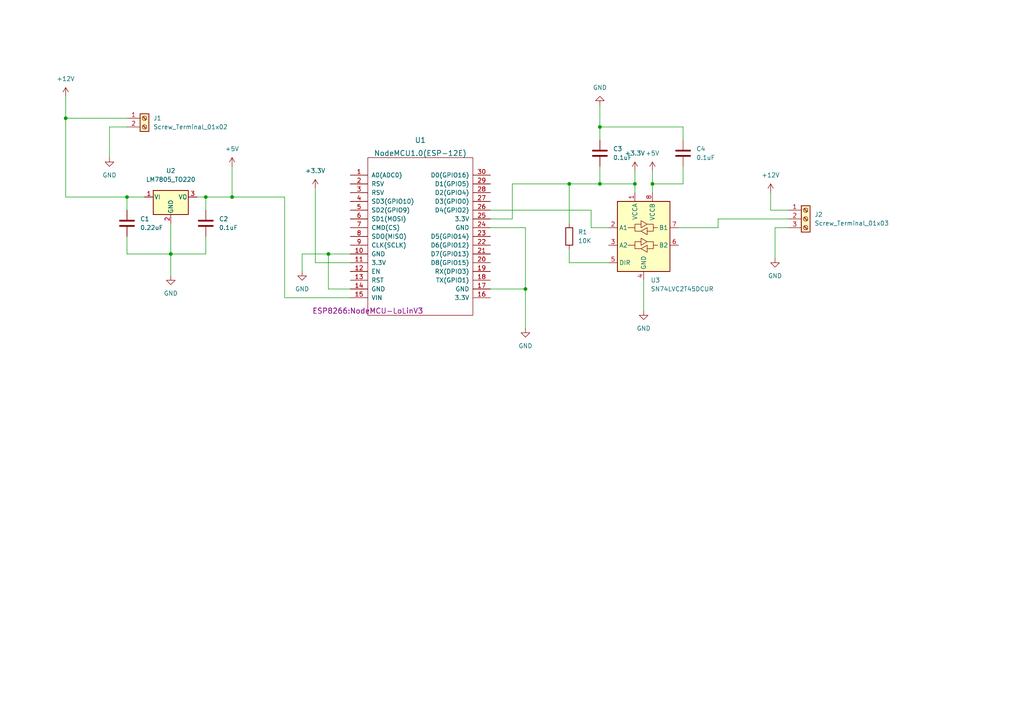
<source format=kicad_sch>
(kicad_sch (version 20211123) (generator eeschema)
  (paper "A4")
  (lib_symbols
    (symbol "Connector:Screw_Terminal_01x02" (pin_names (offset 1.016) hide)
      (property "Reference" "J" (at 0 2.54 0))
      (property "Value" "Screw_Terminal_01x02" (at 0 -5.08 0))
      (symbol "Screw_Terminal_01x02_1_1"
        (rectangle (start -1.27 1.27) (end 1.27 -3.81) (stroke (width 0.254)) (fill (type background)))
        (circle (center 0 -2.54) (radius 0.635) (stroke (width 0.1524)))
        (polyline (pts (xy -0.5334 -2.2098) (xy 0.3302 -3.048)) (stroke (width 0.1524)))
        (polyline (pts (xy -0.5334 0.3302) (xy 0.3302 -0.508)) (stroke (width 0.1524)))
        (polyline (pts (xy -0.3556 -2.032) (xy 0.508 -2.8702)) (stroke (width 0.1524)))
        (polyline (pts (xy -0.3556 0.508) (xy 0.508 -0.3302)) (stroke (width 0.1524)))
        (circle (center 0 0) (radius 0.635) (stroke (width 0.1524)))
        (pin passive line (at -5.08 0 0) (length 3.81) (name "Pin_1") (number "1"))
        (pin passive line (at -5.08 -2.54 0) (length 3.81) (name "Pin_2") (number "2"))
      )
    )
    (symbol "Connector:Screw_Terminal_01x03" (pin_names (offset 1.016) hide)
      (property "Reference" "J" (at 0 5.08 0))
      (property "Value" "Screw_Terminal_01x03" (at 0 -5.08 0))
      (symbol "Screw_Terminal_01x03_1_1"
        (rectangle (start -1.27 3.81) (end 1.27 -3.81) (stroke (width 0.254)) (fill (type background)))
        (circle (center 0 -2.54) (radius 0.635) (stroke (width 0.1524)))
        (polyline (pts (xy -0.5334 -2.2098) (xy 0.3302 -3.048)) (stroke (width 0.1524)))
        (polyline (pts (xy -0.5334 0.3302) (xy 0.3302 -0.508)) (stroke (width 0.1524)))
        (polyline (pts (xy -0.5334 2.8702) (xy 0.3302 2.032)) (stroke (width 0.1524)))
        (polyline (pts (xy -0.3556 -2.032) (xy 0.508 -2.8702)) (stroke (width 0.1524)))
        (polyline (pts (xy -0.3556 0.508) (xy 0.508 -0.3302)) (stroke (width 0.1524)))
        (polyline (pts (xy -0.3556 3.048) (xy 0.508 2.2098)) (stroke (width 0.1524)))
        (circle (center 0 0) (radius 0.635) (stroke (width 0.1524)))
        (circle (center 0 2.54) (radius 0.635) (stroke (width 0.1524)))
        (pin passive line (at -5.08 2.54 0) (length 3.81) (name "Pin_1") (number "1"))
        (pin passive line (at -5.08 0 0) (length 3.81) (name "Pin_2") (number "2"))
        (pin passive line (at -5.08 -2.54 0) (length 3.81) (name "Pin_3") (number "3"))
      )
    )
    (symbol "Device:C" (pin_numbers hide) (pin_names (offset 0.254))
      (property "Reference" "C" (at 0.635 2.54 0))
      (property "Value" "C" (at 0.635 -2.54 0))
      (symbol "C_0_1"
        (polyline (pts (xy -2.032 -0.762) (xy 2.032 -0.762)) (stroke (width 0.508)))
        (polyline (pts (xy -2.032 0.762) (xy 2.032 0.762)) (stroke (width 0.508)))
      )
      (symbol "C_1_1"
        (pin passive line (at 0 3.81 270) (length 2.794) (name "~") (number "1"))
        (pin passive line (at 0 -3.81 90) (length 2.794) (name "~") (number "2"))
      )
    )
    (symbol "Device:R" (pin_numbers hide) (pin_names (offset 0))
      (property "Reference" "R" (at 2.032 0 90))
      (property "Value" "R" (at 0 0 90))
      (symbol "R_0_1"
        (rectangle (start -1.016 -2.54) (end 1.016 2.54) (stroke (width 0.254)))
      )
      (symbol "R_1_1"
        (pin passive line (at 0 3.81 270) (length 1.27) (name "~") (number "1"))
        (pin passive line (at 0 -3.81 90) (length 1.27) (name "~") (number "2"))
      )
    )
    (symbol "ESP8266:NodeMCU1.0(ESP-12E)" (pin_names (offset 1.016))
      (property "Reference" "U" (at 0 21.59 0))
      (property "Value" "NodeMCU1.0(ESP-12E)" (at 0 -21.59 0))
      (symbol "NodeMCU1.0(ESP-12E)_0_1"
        (rectangle (start -15.24 -22.86) (end 15.24 22.86))
      )
      (symbol "NodeMCU1.0(ESP-12E)_1_1"
        (pin input line (at -20.32 17.78 0) (length 5.08) (name "A0(ADC0)") (number "1"))
        (pin input line (at -20.32 -5.08 0) (length 5.08) (name "GND") (number "10"))
        (pin input line (at -20.32 -7.62 0) (length 5.08) (name "3.3V") (number "11"))
        (pin input line (at -20.32 -10.16 0) (length 5.08) (name "EN") (number "12"))
        (pin input line (at -20.32 -12.7 0) (length 5.08) (name "RST") (number "13"))
        (pin input line (at -20.32 -15.24 0) (length 5.08) (name "GND") (number "14"))
        (pin input line (at -20.32 -17.78 0) (length 5.08) (name "VIN") (number "15"))
        (pin input line (at 20.32 -17.78 180) (length 5.08) (name "3.3V") (number "16"))
        (pin input line (at 20.32 -15.24 180) (length 5.08) (name "GND") (number "17"))
        (pin input line (at 20.32 -12.7 180) (length 5.08) (name "TX(GPIO1)") (number "18"))
        (pin input line (at 20.32 -10.16 180) (length 5.08) (name "RX(DPIO3)") (number "19"))
        (pin input line (at -20.32 15.24 0) (length 5.08) (name "RSV") (number "2"))
        (pin input line (at 20.32 -7.62 180) (length 5.08) (name "D8(GPIO15)") (number "20"))
        (pin input line (at 20.32 -5.08 180) (length 5.08) (name "D7(GPIO13)") (number "21"))
        (pin input line (at 20.32 -2.54 180) (length 5.08) (name "D6(GPIO12)") (number "22"))
        (pin input line (at 20.32 0 180) (length 5.08) (name "D5(GPIO14)") (number "23"))
        (pin input line (at 20.32 2.54 180) (length 5.08) (name "GND") (number "24"))
        (pin input line (at 20.32 5.08 180) (length 5.08) (name "3.3V") (number "25"))
        (pin input line (at 20.32 7.62 180) (length 5.08) (name "D4(GPIO2)") (number "26"))
        (pin input line (at 20.32 10.16 180) (length 5.08) (name "D3(GPIO0)") (number "27"))
        (pin input line (at 20.32 12.7 180) (length 5.08) (name "D2(GPIO4)") (number "28"))
        (pin input line (at 20.32 15.24 180) (length 5.08) (name "D1(GPIO5)") (number "29"))
        (pin input line (at -20.32 12.7 0) (length 5.08) (name "RSV") (number "3"))
        (pin input line (at 20.32 17.78 180) (length 5.08) (name "D0(GPIO16)") (number "30"))
        (pin input line (at -20.32 10.16 0) (length 5.08) (name "SD3(GPIO10)") (number "4"))
        (pin input line (at -20.32 7.62 0) (length 5.08) (name "SD2(GPIO9)") (number "5"))
        (pin input line (at -20.32 5.08 0) (length 5.08) (name "SD1(MOSI)") (number "6"))
        (pin input line (at -20.32 2.54 0) (length 5.08) (name "CMD(CS)") (number "7"))
        (pin input line (at -20.32 0 0) (length 5.08) (name "SDO(MISO)") (number "8"))
        (pin input line (at -20.32 -2.54 0) (length 5.08) (name "CLK(SCLK)") (number "9"))
      )
    )
    (symbol "Logic_LevelTranslator:SN74LVC2T45DCUR"
      (property "Reference" "U" (at -6.35 11.43 0))
      (property "Value" "SN74LVC2T45DCUR" (at 3.81 11.43 0))
      (symbol "SN74LVC2T45DCUR_0_1"
        (rectangle (start -7.62 10.16) (end 7.62 -10.16) (stroke (width 0.254)) (fill (type background)))
        (polyline (pts (xy -2.54 2.54) (xy -2.54 3.556) (xy -0.762 3.556)))
        (polyline (pts (xy 2.794 2.54) (xy 2.794 1.524) (xy 1.016 1.524)))
        (polyline (pts (xy -0.762 1.524) (xy -2.54 1.524) (xy -2.54 2.54) (xy -4.572 2.54)))
        (polyline (pts (xy -0.762 2.54) (xy -0.762 4.572) (xy 1.016 3.556) (xy -0.762 2.54)))
        (polyline (pts (xy 1.016 3.556) (xy 2.794 3.556) (xy 2.794 2.54) (xy 4.064 2.54)))
        (polyline (pts (xy 1.016 2.54) (xy 1.016 0.762) (xy 1.016 0.508) (xy -0.762 1.524) (xy 1.016 2.54)))
      )
      (symbol "SN74LVC2T45DCUR_1_1"
        (polyline (pts (xy -2.54 -2.54) (xy -2.54 -1.524) (xy -0.762 -1.524)))
        (polyline (pts (xy 2.794 -2.54) (xy 2.794 -3.556) (xy 1.016 -3.556)))
        (polyline (pts (xy -0.762 -3.556) (xy -2.54 -3.556) (xy -2.54 -2.54) (xy -4.572 -2.54)))
        (polyline (pts (xy -0.762 -2.54) (xy -0.762 -0.508) (xy 1.016 -1.524) (xy -0.762 -2.54)))
        (polyline (pts (xy 1.016 -1.524) (xy 2.794 -1.524) (xy 2.794 -2.54) (xy 4.064 -2.54)))
        (polyline (pts (xy 1.016 -2.54) (xy 1.016 -4.318) (xy 1.016 -4.572) (xy -0.762 -3.556) (xy 1.016 -2.54)))
        (pin power_in line (at -2.54 12.7 270) (length 2.54) (name "VCCA") (number "1"))
        (pin bidirectional line (at -10.16 2.54 0) (length 2.54) (name "A1") (number "2"))
        (pin bidirectional line (at -10.16 -2.54 0) (length 2.54) (name "A2") (number "3"))
        (pin power_in line (at 0 -12.7 90) (length 2.54) (name "GND") (number "4"))
        (pin input line (at -10.16 -7.62 0) (length 2.54) (name "DIR") (number "5"))
        (pin bidirectional line (at 10.16 -2.54 180) (length 2.54) (name "B2") (number "6"))
        (pin bidirectional line (at 10.16 2.54 180) (length 2.54) (name "B1") (number "7"))
        (pin power_in line (at 2.54 12.7 270) (length 2.54) (name "VCCB") (number "8"))
      )
    )
    (symbol "Regulator_Linear:LM7805_TO220" (pin_names (offset 0.254))
      (property "Reference" "U" (at -3.81 3.175 0))
      (property "Value" "LM7805_TO220" (at 0 3.175 0))
      (symbol "LM7805_TO220_0_1"
        (rectangle (start -5.08 1.905) (end 5.08 -5.08) (stroke (width 0.254)) (fill (type background)))
      )
      (symbol "LM7805_TO220_1_1"
        (pin power_in line (at -7.62 0 0) (length 2.54) (name "VI") (number "1"))
        (pin power_in line (at 0 -7.62 90) (length 2.54) (name "GND") (number "2"))
        (pin power_out line (at 7.62 0 180) (length 2.54) (name "VO") (number "3"))
      )
    )
    (symbol "power:+12V" (power) (pin_names (offset 0))
      (property "Value" "+12V" (at 0 3.556 0))
      (symbol "+12V_0_1"
        (polyline (pts (xy -0.762 1.27) (xy 0 2.54)))
        (polyline (pts (xy 0 0) (xy 0 2.54)))
        (polyline (pts (xy 0 2.54) (xy 0.762 1.27)))
      )
      (symbol "+12V_1_1"
        (pin power_in line (at 0 0 90) (length 0) hide (name "+12V") (number "1"))
      )
    )
    (symbol "power:+3.3V" (power) (pin_names (offset 0))
      (property "Value" "+3.3V" (at 0 3.556 0))
      (symbol "+3.3V_0_1"
        (polyline (pts (xy -0.762 1.27) (xy 0 2.54)))
        (polyline (pts (xy 0 0) (xy 0 2.54)))
        (polyline (pts (xy 0 2.54) (xy 0.762 1.27)))
      )
      (symbol "+3.3V_1_1"
        (pin power_in line (at 0 0 90) (length 0) hide (name "+3.3V") (number "1"))
      )
    )
    (symbol "power:+5V" (power) (pin_names (offset 0))
      (property "Value" "+5V" (at 0 3.556 0))
      (symbol "+5V_0_1"
        (polyline (pts (xy -0.762 1.27) (xy 0 2.54)))
        (polyline (pts (xy 0 0) (xy 0 2.54)))
        (polyline (pts (xy 0 2.54) (xy 0.762 1.27)))
      )
      (symbol "+5V_1_1"
        (pin power_in line (at 0 0 90) (length 0) hide (name "+5V") (number "1"))
      )
    )
    (symbol "power:GND" (power) (pin_names (offset 0))
      (property "Value" "GND" (at 0 -3.81 0))
      (symbol "GND_0_1"
        (polyline (pts (xy 0 0) (xy 0 -1.27) (xy 1.27 -1.27) (xy 0 -2.54) (xy -1.27 -1.27) (xy 0 -1.27)))
      )
      (symbol "GND_1_1"
        (pin power_in line (at 0 0 270) (length 0) hide (name "GND") (number "1"))
      )
    )
  )
  (junction (at 165.1 53.34))
  (junction (at 49.53 73.66))
  (junction (at 19.05 34.29))
  (junction (at 59.69 57.15))
  (junction (at 36.83 57.15))
  (junction (at 173.99 36.83))
  (junction (at 189.23 53.34))
  (junction (at 95.25 73.66))
  (junction (at 67.31 57.15))
  (junction (at 173.99 53.34))
  (junction (at 152.4 83.82))
  (junction (at 184.15 53.34))
  (wire (pts (xy 189.23 53.34) (xy 189.23 55.88)))
  (wire (pts (xy 49.53 73.66) (xy 49.53 80.01)))
  (wire (pts (xy 95.25 73.66) (xy 87.63 73.66)))
  (wire (pts (xy 67.31 57.15) (xy 59.69 57.15)))
  (wire (pts (xy 148.59 53.34) (xy 165.1 53.34)))
  (wire (pts (xy 142.24 66.04) (xy 152.4 66.04)))
  (wire (pts (xy 101.6 86.36) (xy 82.55 86.36)))
  (wire (pts (xy 224.79 66.04) (xy 224.79 74.93)))
  (wire (pts (xy 173.99 36.83) (xy 173.99 40.64)))
  (wire (pts (xy 41.91 57.15) (xy 36.83 57.15)))
  (wire (pts (xy 173.99 30.48) (xy 173.99 36.83)))
  (wire (pts (xy 31.75 45.72) (xy 31.75 36.83)))
  (wire (pts (xy 196.85 66.04) (xy 208.28 66.04)))
  (wire (pts (xy 173.99 48.26) (xy 173.99 53.34)))
  (wire (pts (xy 101.6 83.82) (xy 95.25 83.82)))
  (wire (pts (xy 228.6 60.96) (xy 223.52 60.96)))
  (wire (pts (xy 171.45 66.04) (xy 176.53 66.04)))
  (wire (pts (xy 19.05 57.15) (xy 36.83 57.15)))
  (wire (pts (xy 198.12 40.64) (xy 198.12 36.83)))
  (wire (pts (xy 142.24 83.82) (xy 152.4 83.82)))
  (wire (pts (xy 49.53 64.77) (xy 49.53 73.66)))
  (wire (pts (xy 184.15 49.53) (xy 184.15 53.34)))
  (wire (pts (xy 36.83 34.29) (xy 19.05 34.29)))
  (wire (pts (xy 148.59 63.5) (xy 148.59 53.34)))
  (wire (pts (xy 19.05 34.29) (xy 19.05 57.15)))
  (wire (pts (xy 19.05 27.94) (xy 19.05 34.29)))
  (wire (pts (xy 165.1 53.34) (xy 165.1 64.77)))
  (wire (pts (xy 57.15 57.15) (xy 59.69 57.15)))
  (wire (pts (xy 59.69 68.58) (xy 59.69 73.66)))
  (wire (pts (xy 142.24 63.5) (xy 148.59 63.5)))
  (wire (pts (xy 165.1 76.2) (xy 176.53 76.2)))
  (wire (pts (xy 228.6 66.04) (xy 224.79 66.04)))
  (wire (pts (xy 208.28 63.5) (xy 228.6 63.5)))
  (wire (pts (xy 171.45 60.96) (xy 171.45 66.04)))
  (wire (pts (xy 152.4 66.04) (xy 152.4 83.82)))
  (wire (pts (xy 223.52 60.96) (xy 223.52 55.88)))
  (wire (pts (xy 36.83 68.58) (xy 36.83 73.66)))
  (wire (pts (xy 36.83 73.66) (xy 49.53 73.66)))
  (wire (pts (xy 198.12 48.26) (xy 198.12 53.34)))
  (wire (pts (xy 152.4 83.82) (xy 152.4 95.25)))
  (wire (pts (xy 184.15 53.34) (xy 184.15 55.88)))
  (wire (pts (xy 189.23 49.53) (xy 189.23 53.34)))
  (wire (pts (xy 67.31 48.26) (xy 67.31 57.15)))
  (wire (pts (xy 198.12 36.83) (xy 173.99 36.83)))
  (wire (pts (xy 186.69 81.28) (xy 186.69 90.17)))
  (wire (pts (xy 101.6 73.66) (xy 95.25 73.66)))
  (wire (pts (xy 82.55 86.36) (xy 82.55 57.15)))
  (wire (pts (xy 31.75 36.83) (xy 36.83 36.83)))
  (wire (pts (xy 49.53 73.66) (xy 59.69 73.66)))
  (wire (pts (xy 82.55 57.15) (xy 67.31 57.15)))
  (wire (pts (xy 173.99 53.34) (xy 184.15 53.34)))
  (wire (pts (xy 91.44 76.2) (xy 91.44 54.61)))
  (wire (pts (xy 142.24 60.96) (xy 171.45 60.96)))
  (wire (pts (xy 36.83 57.15) (xy 36.83 60.96)))
  (wire (pts (xy 165.1 72.39) (xy 165.1 76.2)))
  (wire (pts (xy 101.6 76.2) (xy 91.44 76.2)))
  (wire (pts (xy 208.28 66.04) (xy 208.28 63.5)))
  (wire (pts (xy 95.25 73.66) (xy 95.25 83.82)))
  (wire (pts (xy 87.63 73.66) (xy 87.63 78.74)))
  (wire (pts (xy 165.1 53.34) (xy 173.99 53.34)))
  (wire (pts (xy 198.12 53.34) (xy 189.23 53.34)))
  (wire (pts (xy 59.69 57.15) (xy 59.69 60.96)))
  (symbol (lib_id "power:GND") (at 49.53 80.01 0) (unit 1)
    (property "Reference" "#PWR0102" (effects hide))
    (property "Value" "GND" (at 49.53 85.09 0))
  )
  (symbol (lib_id "Device:C") (at 198.12 44.45 0) (unit 1)
    (property "Reference" "C4" (at 201.93 43.1799 0) (effects (justify left)))
    (property "Value" "0.1uF" (at 201.93 45.7199 0) (effects (justify left)))
    (property "Footprint" "Capacitor_SMD:C_0805_2012Metric" (effects hide))
  )
  (symbol (lib_id "Device:R") (at 165.1 68.58 0) (unit 1)
    (property "Reference" "R1" (at 167.64 67.3099 0) (effects (justify left)))
    (property "Value" "10K" (at 167.64 69.8499 0) (effects (justify left)))
    (property "Footprint" "Resistor_SMD:R_0805_2012Metric" (effects hide))
  )
  (symbol (lib_id "Logic_LevelTranslator:SN74LVC2T45DCUR") (at 186.69 68.58 0) (unit 1)
    (property "Reference" "U3" (at 188.7094 81.28 0) (effects (justify left)))
    (property "Value" "SN74LVC2T45DCUR" (at 188.7094 83.82 0) (effects (justify left)))
    (property "Footprint" "Package_SO:VSSOP-8_2.4x2.1mm_P0.5mm" (effects hide))
    (property "Datasheet" "http://www.ti.com/lit/ds/symlink/sn74lvc2t45.pdf" (effects hide))
  )
  (symbol (lib_id "power:GND") (at 31.75 45.72 0) (unit 1)
    (property "Reference" "#PWR0101" (effects hide))
    (property "Value" "GND" (at 31.75 50.8 0))
  )
  (symbol (lib_id "power:+3.3V") (at 184.15 49.53 0) (unit 1)
    (property "Reference" "#PWR0112" (effects hide))
    (property "Value" "+3.3V" (at 184.15 44.45 0))
  )
  (symbol (lib_id "power:GND") (at 186.69 90.17 0) (unit 1)
    (property "Reference" "#PWR0106" (effects hide))
    (property "Value" "GND" (at 186.69 95.25 0))
  )
  (symbol (lib_id "power:GND") (at 152.4 95.25 0) (unit 1)
    (property "Reference" "#PWR0107" (effects hide))
    (property "Value" "GND" (at 152.4 100.33 0))
  )
  (symbol (lib_id "Connector:Screw_Terminal_01x03") (at 233.68 63.5 0) (unit 1)
    (property "Reference" "J2" (at 236.22 62.2299 0) (effects (justify left)))
    (property "Value" "Screw_Terminal_01x03" (at 236.22 64.7699 0) (effects (justify left)))
    (property "Footprint" "TerminalBlock_MetzConnect:TerminalBlock_MetzConnect_Type055_RT01503HDWU_1x03_P5.00mm_Horizontal" (effects hide))
  )
  (symbol (lib_id "Regulator_Linear:LM7805_TO220") (at 49.53 57.15 0) (unit 1)
    (property "Reference" "U2" (at 49.53 49.53 0))
    (property "Value" "LM7805_TO220" (at 49.53 52.07 0))
    (property "Footprint" "Package_TO_SOT_THT:TO-220-3_Vertical" (effects hide))
    (property "Datasheet" "https://www.onsemi.cn/PowerSolutions/document/MC7800-D.PDF" (effects hide))
  )
  (symbol (lib_id "power:+5V") (at 189.23 49.53 0) (unit 1)
    (property "Reference" "#PWR0111" (effects hide))
    (property "Value" "+5V" (at 189.23 44.45 0))
  )
  (symbol (lib_id "Device:C") (at 36.83 64.77 0) (unit 1)
    (property "Reference" "C1" (at 40.64 63.4999 0) (effects (justify left)))
    (property "Value" "0.22uF" (at 40.64 66.0399 0) (effects (justify left)))
    (property "Footprint" "Capacitor_SMD:C_0805_2012Metric" (effects hide))
  )
  (symbol (lib_id "power:+3.3V") (at 91.44 54.61 0) (unit 1)
    (property "Reference" "#PWR0113" (effects hide))
    (property "Value" "+3.3V" (at 91.44 49.53 0))
  )
  (symbol (lib_id "power:GND") (at 173.99 30.48 180) (unit 1)
    (property "Reference" "#PWR0108" (effects hide))
    (property "Value" "GND" (at 173.99 25.4 0))
  )
  (symbol (lib_id "ESP8266:NodeMCU1.0(ESP-12E)") (at 121.92 68.58 0) (unit 1)
    (property "Reference" "U1" (at 121.92 40.64 0) (effects (font (size 1.524 1.524))))
    (property "Value" "NodeMCU1.0(ESP-12E)" (at 121.92 44.45 0) (effects (font (size 1.524 1.524))))
    (property "Footprint" "ESP8266:NodeMCU-LoLinV3" (at 106.68 90.17 0) (effects (font (size 1.524 1.524))))
  )
  (symbol (lib_id "power:+12V") (at 223.52 55.88 0) (unit 1)
    (property "Reference" "#PWR0110" (effects hide))
    (property "Value" "+12V" (at 223.52 50.8 0))
  )
  (symbol (lib_id "power:+12V") (at 19.05 27.94 0) (unit 1)
    (property "Reference" "#PWR0103" (effects hide))
    (property "Value" "+12V" (at 19.05 22.86 0))
  )
  (symbol (lib_id "Device:C") (at 59.69 64.77 0) (unit 1)
    (property "Reference" "C2" (at 63.5 63.4999 0) (effects (justify left)))
    (property "Value" "0.1uF" (at 63.5 66.0399 0) (effects (justify left)))
    (property "Footprint" "Capacitor_SMD:C_0805_2012Metric" (effects hide))
  )
  (symbol (lib_id "power:GND") (at 87.63 78.74 0) (unit 1)
    (property "Reference" "#PWR0105" (effects hide))
    (property "Value" "GND" (at 87.63 83.82 0))
  )
  (symbol (lib_id "power:GND") (at 224.79 74.93 0) (unit 1)
    (property "Reference" "#PWR0109" (effects hide))
    (property "Value" "GND" (at 224.79 80.01 0))
  )
  (symbol (lib_id "Device:C") (at 173.99 44.45 0) (unit 1)
    (property "Reference" "C3" (at 177.8 43.1799 0) (effects (justify left)))
    (property "Value" "0.1uF" (at 177.8 45.7199 0) (effects (justify left)))
    (property "Footprint" "Capacitor_SMD:C_0805_2012Metric" (effects hide))
  )
  (symbol (lib_id "Connector:Screw_Terminal_01x02") (at 41.91 34.29 0) (unit 1)
    (property "Reference" "J1" (at 44.45 34.2899 0) (effects (justify left)))
    (property "Value" "Screw_Terminal_01x02" (at 44.45 36.8299 0) (effects (justify left)))
    (property "Footprint" "TerminalBlock_MetzConnect:TerminalBlock_MetzConnect_Type055_RT01502HDWU_1x02_P5.00mm_Horizontal" (effects hide))
  )
  (symbol (lib_id "power:+5V") (at 67.31 48.26 0) (unit 1)
    (property "Reference" "#PWR0104" (effects hide))
    (property "Value" "+5V" (at 67.31 43.18 0))
  )
)
</source>
